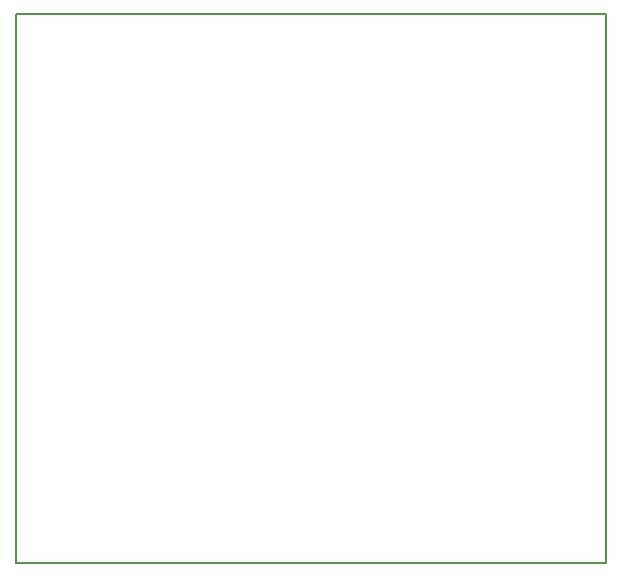
<source format=gm1>
G04 #@! TF.FileFunction,Profile,NP*
%FSLAX46Y46*%
G04 Gerber Fmt 4.6, Leading zero omitted, Abs format (unit mm)*
G04 Created by KiCad (PCBNEW (2016-01-30 BZR 6528, Git 351752f)-product) date Thu 07 Jul 2016 01:24:39 AM CEST*
%MOMM*%
G01*
G04 APERTURE LIST*
%ADD10C,0.100000*%
%ADD11C,0.150000*%
G04 APERTURE END LIST*
D10*
D11*
X116000000Y-130000000D02*
X116000000Y-83500000D01*
X166000000Y-130000000D02*
X116000000Y-130000000D01*
X166000000Y-83500000D02*
X166000000Y-130000000D01*
X116000000Y-83500000D02*
X166000000Y-83500000D01*
M02*

</source>
